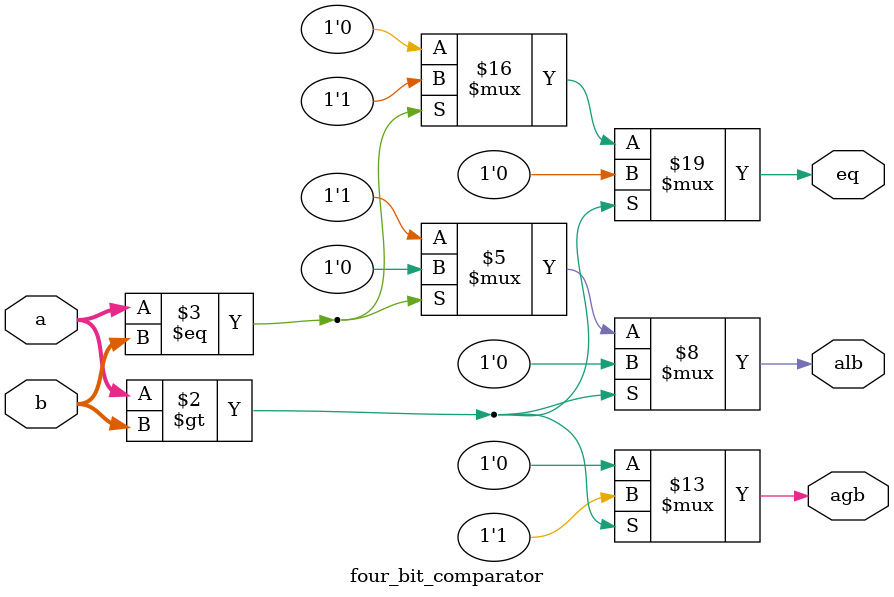
<source format=v>
`timescale 1ns / 1ps
module four_bit_comparator(a, b, agb, eq, alb);
	input signed [3:0] a, b;
	output agb, eq, alb;
	reg agb, eq, alb;
	
	always @(*) begin
		if(a > b) begin
			eq <= 0; agb <= 1; alb <= 0;
		end
		else if (a == b) begin
			eq <= 1; agb <= 0; alb <= 0;
		end
		else begin
			eq <= 0; agb <= 0; alb <= 1;
		end
	end
endmodule

</source>
